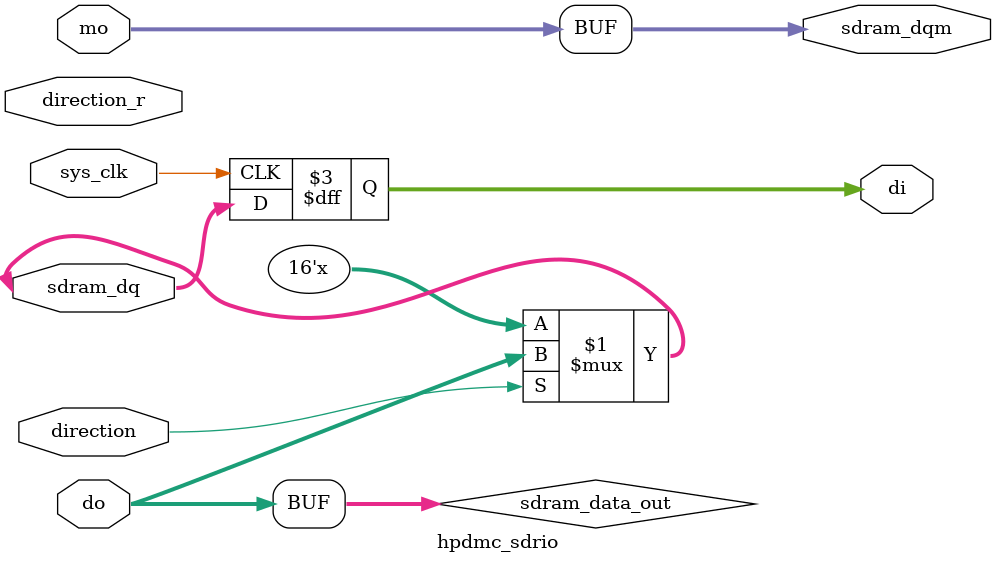
<source format=v>
/*
 * Milkymist VJ SoC
 * Copyright (C) 2007, 2008, 2009 Sebastien Bourdeauducq
 *
 * This program is free software: you can redistribute it and/or modify
 * it under the terms of the GNU General Public License as published by
 * the Free Software Foundation, version 3 of the License.
 *
 * This program is distributed in the hope that it will be useful,
 * but WITHOUT ANY WARRANTY; without even the implied warranty of
 * MERCHANTABILITY or FITNESS FOR A PARTICULAR PURPOSE.  See the
 * GNU General Public License for more details.
 *
 * You should have received a copy of the GNU General Public License
 * along with this program.  If not, see <http://www.gnu.org/licenses/>.
 */

module hpdmc_sdrio(
	input             sys_clk,
	
	input             direction,
	input             direction_r,
	input      [ 1:0] mo,
	input      [15:0] do,
	output reg [15:0] di,
	
	output     [ 1:0] sdram_dqm,
	inout      [15:0] sdram_dq
);

wire [15:0] sdram_data_out;
assign sdram_dq = direction ? sdram_data_out : 16'hzzzz;

/*
 * In this case, without DDR primitives and delays, this block
 * is extremely simple
 */
assign sdram_dqm      = mo;
assign sdram_data_out = do;

 // Behaviour
 always @(posedge sys_clk) di <= sdram_dq;

endmodule

</source>
